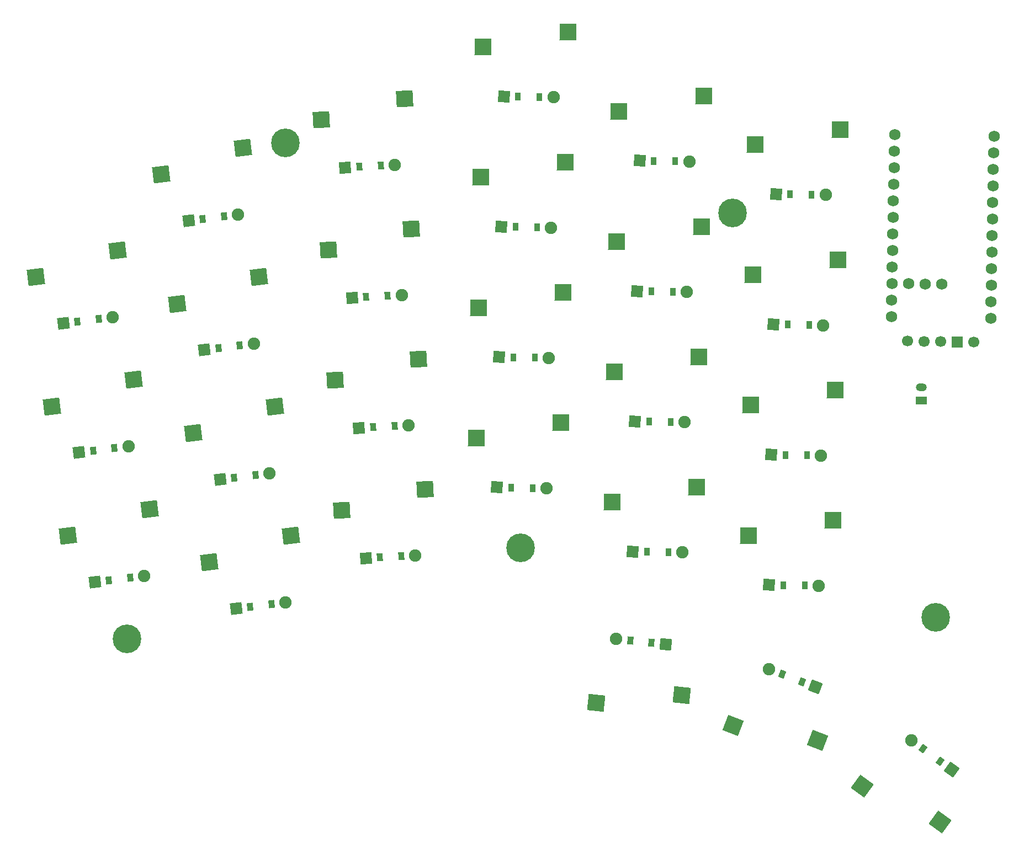
<source format=gbr>
%TF.GenerationSoftware,KiCad,Pcbnew,9.0.0*%
%TF.CreationDate,2025-03-06T12:11:22-05:00*%
%TF.ProjectId,proto1,70726f74-6f31-42e6-9b69-6361645f7063,v1.0.0*%
%TF.SameCoordinates,Original*%
%TF.FileFunction,Copper,L2,Bot*%
%TF.FilePolarity,Positive*%
%FSLAX46Y46*%
G04 Gerber Fmt 4.6, Leading zero omitted, Abs format (unit mm)*
G04 Created by KiCad (PCBNEW 9.0.0) date 2025-03-06 12:11:22*
%MOMM*%
%LPD*%
G01*
G04 APERTURE LIST*
G04 Aperture macros list*
%AMHorizOval*
0 Thick line with rounded ends*
0 $1 width*
0 $2 $3 position (X,Y) of the first rounded end (center of the circle)*
0 $4 $5 position (X,Y) of the second rounded end (center of the circle)*
0 Add line between two ends*
20,1,$1,$2,$3,$4,$5,0*
0 Add two circle primitives to create the rounded ends*
1,1,$1,$2,$3*
1,1,$1,$4,$5*%
%AMRotRect*
0 Rectangle, with rotation*
0 The origin of the aperture is its center*
0 $1 length*
0 $2 width*
0 $3 Rotation angle, in degrees counterclockwise*
0 Add horizontal line*
21,1,$1,$2,0,0,$3*%
G04 Aperture macros list end*
%TA.AperFunction,SMDPad,CuDef*%
%ADD10RotRect,2.550000X2.500000X7.000000*%
%TD*%
%TA.AperFunction,SMDPad,CuDef*%
%ADD11RotRect,2.550000X2.500000X3.000000*%
%TD*%
%TA.AperFunction,SMDPad,CuDef*%
%ADD12RotRect,2.550000X2.500000X359.000000*%
%TD*%
%TA.AperFunction,SMDPad,CuDef*%
%ADD13RotRect,2.550000X2.500000X174.000000*%
%TD*%
%TA.AperFunction,SMDPad,CuDef*%
%ADD14RotRect,2.550000X2.500000X159.000000*%
%TD*%
%TA.AperFunction,SMDPad,CuDef*%
%ADD15RotRect,2.550000X2.500000X144.000000*%
%TD*%
%TA.AperFunction,SMDPad,CuDef*%
%ADD16RotRect,0.900000X1.200000X7.000000*%
%TD*%
%TA.AperFunction,ComponentPad*%
%ADD17RotRect,1.778000X1.778000X7.000000*%
%TD*%
%TA.AperFunction,ComponentPad*%
%ADD18C,1.905000*%
%TD*%
%TA.AperFunction,SMDPad,CuDef*%
%ADD19RotRect,0.900000X1.200000X3.000000*%
%TD*%
%TA.AperFunction,ComponentPad*%
%ADD20RotRect,1.778000X1.778000X3.000000*%
%TD*%
%TA.AperFunction,SMDPad,CuDef*%
%ADD21RotRect,0.900000X1.200000X359.000000*%
%TD*%
%TA.AperFunction,ComponentPad*%
%ADD22RotRect,1.778000X1.778000X359.000000*%
%TD*%
%TA.AperFunction,SMDPad,CuDef*%
%ADD23RotRect,0.900000X1.200000X174.000000*%
%TD*%
%TA.AperFunction,ComponentPad*%
%ADD24RotRect,1.778000X1.778000X174.000000*%
%TD*%
%TA.AperFunction,SMDPad,CuDef*%
%ADD25RotRect,0.900000X1.200000X159.000000*%
%TD*%
%TA.AperFunction,ComponentPad*%
%ADD26RotRect,1.778000X1.778000X159.000000*%
%TD*%
%TA.AperFunction,SMDPad,CuDef*%
%ADD27RotRect,0.900000X1.200000X144.000000*%
%TD*%
%TA.AperFunction,ComponentPad*%
%ADD28RotRect,1.778000X1.778000X144.000000*%
%TD*%
%TA.AperFunction,ComponentPad*%
%ADD29C,1.752600*%
%TD*%
%TA.AperFunction,ComponentPad*%
%ADD30HorizOval,1.700000X0.000000X0.000000X0.000000X0.000000X0*%
%TD*%
%TA.AperFunction,ComponentPad*%
%ADD31RotRect,1.700000X1.700000X359.000000*%
%TD*%
%TA.AperFunction,ComponentPad*%
%ADD32RotRect,1.200000X1.700000X89.000000*%
%TD*%
%TA.AperFunction,ComponentPad*%
%ADD33HorizOval,1.200000X-0.249962X0.004363X0.249962X-0.004363X0*%
%TD*%
%TA.AperFunction,ComponentPad*%
%ADD34C,2.600000*%
%TD*%
%TA.AperFunction,ConnectorPad*%
%ADD35C,4.400000*%
%TD*%
G04 APERTURE END LIST*
D10*
%TO.P,S1,1*%
%TO.N,P113*%
X135616279Y-136953363D03*
%TO.P,S1,2*%
%TO.N,outer_home*%
X148137375Y-132856891D03*
%TD*%
%TO.P,S2,1*%
%TO.N,P113*%
X133178892Y-117102440D03*
%TO.P,S2,2*%
%TO.N,outer_num*%
X145699988Y-113005968D03*
%TD*%
%TO.P,S3,1*%
%TO.N,P113*%
X130741505Y-97251517D03*
%TO.P,S3,2*%
%TO.N,outer_top*%
X143262601Y-93155045D03*
%TD*%
%TO.P,S4,1*%
%TO.N,P111*%
X157276273Y-141044166D03*
%TO.P,S4,2*%
%TO.N,pinky_bottom*%
X169797369Y-136947694D03*
%TD*%
%TO.P,S5,1*%
%TO.N,P111*%
X154838886Y-121193243D03*
%TO.P,S5,2*%
%TO.N,pinky_home*%
X167359982Y-117096771D03*
%TD*%
%TO.P,S6,1*%
%TO.N,P111*%
X152401499Y-101342320D03*
%TO.P,S6,2*%
%TO.N,pinky_num*%
X164922595Y-97245848D03*
%TD*%
%TO.P,S7,1*%
%TO.N,P111*%
X149964112Y-81491397D03*
%TO.P,S7,2*%
%TO.N,pinky_top*%
X162485208Y-77394925D03*
%TD*%
D11*
%TO.P,S8,1*%
%TO.N,P010*%
X177643909Y-133014083D03*
%TO.P,S8,2*%
%TO.N,ring_bottom*%
X190420260Y-129801017D03*
%TD*%
%TO.P,S9,1*%
%TO.N,P010*%
X176597190Y-113041492D03*
%TO.P,S9,2*%
%TO.N,ring_home*%
X189373541Y-109828426D03*
%TD*%
%TO.P,S10,1*%
%TO.N,P010*%
X175550471Y-93068901D03*
%TO.P,S10,2*%
%TO.N,ring_num*%
X188326822Y-89855835D03*
%TD*%
%TO.P,S11,1*%
%TO.N,P010*%
X174503752Y-73096311D03*
%TO.P,S11,2*%
%TO.N,ring_top*%
X187280103Y-69883245D03*
%TD*%
D12*
%TO.P,S12,1*%
%TO.N,P009*%
X198286570Y-121930503D03*
%TO.P,S12,2*%
%TO.N,middle_bottom*%
X211255930Y-119616497D03*
%TD*%
%TO.P,S13,1*%
%TO.N,P009*%
X198635618Y-101933549D03*
%TO.P,S13,2*%
%TO.N,middle_home*%
X211604978Y-99619543D03*
%TD*%
%TO.P,S14,1*%
%TO.N,P009*%
X198984666Y-81936595D03*
%TO.P,S14,2*%
%TO.N,middle_num*%
X211954026Y-79622589D03*
%TD*%
%TO.P,S15,1*%
%TO.N,P009*%
X199333714Y-61939641D03*
%TO.P,S15,2*%
%TO.N,middle_top*%
X212303074Y-59625635D03*
%TD*%
%TO.P,S16,1*%
%TO.N,P104*%
X219117574Y-131795557D03*
%TO.P,S16,2*%
%TO.N,index_bottom*%
X232086934Y-129481551D03*
%TD*%
%TO.P,S17,1*%
%TO.N,P104*%
X219466622Y-111798603D03*
%TO.P,S17,2*%
%TO.N,index_home*%
X232435982Y-109484597D03*
%TD*%
%TO.P,S18,1*%
%TO.N,P104*%
X219815670Y-91801649D03*
%TO.P,S18,2*%
%TO.N,index_num*%
X232785030Y-89487643D03*
%TD*%
%TO.P,S19,1*%
%TO.N,P104*%
X220164718Y-71804695D03*
%TO.P,S19,2*%
%TO.N,index_top*%
X233134078Y-69490689D03*
%TD*%
%TO.P,S20,1*%
%TO.N,P008*%
X240031476Y-136911334D03*
%TO.P,S20,2*%
%TO.N,inner_bottom*%
X253000836Y-134597328D03*
%TD*%
%TO.P,S21,1*%
%TO.N,P008*%
X240380525Y-116914380D03*
%TO.P,S21,2*%
%TO.N,inner_home*%
X253349885Y-114600374D03*
%TD*%
%TO.P,S22,1*%
%TO.N,P008*%
X240729573Y-96917426D03*
%TO.P,S22,2*%
%TO.N,inner_num*%
X253698933Y-94603420D03*
%TD*%
%TO.P,S23,1*%
%TO.N,P008*%
X241078621Y-76920472D03*
%TO.P,S23,2*%
%TO.N,inner_top*%
X254047981Y-74606466D03*
%TD*%
D13*
%TO.P,S24,1*%
%TO.N,P009*%
X229773775Y-161423878D03*
%TO.P,S24,2*%
%TO.N,layer_cluster*%
X216652088Y-162598724D03*
%TD*%
D14*
%TO.P,S25,1*%
%TO.N,P104*%
X250610755Y-168354213D03*
%TO.P,S25,2*%
%TO.N,layer2_cluster*%
X237632106Y-166092885D03*
%TD*%
D15*
%TO.P,S26,1*%
%TO.N,P008*%
X269383742Y-180888720D03*
%TO.P,S26,2*%
%TO.N,space_cluster*%
X257432605Y-175345323D03*
%TD*%
D16*
%TO.P,D1,2*%
%TO.N,outer_home*%
X145205065Y-143372632D03*
%TO.P,D1,1*%
%TO.N,P002*%
X141929663Y-143774800D03*
D17*
X139785763Y-144038038D03*
D18*
%TO.P,D1,2*%
%TO.N,outer_home*%
X147348965Y-143109394D03*
%TD*%
D16*
%TO.P,D2,2*%
%TO.N,outer_num*%
X142767678Y-123521709D03*
%TO.P,D2,1*%
%TO.N,P029*%
X139492276Y-123923877D03*
D17*
X137348376Y-124187115D03*
D18*
%TO.P,D2,2*%
%TO.N,outer_num*%
X144911578Y-123258471D03*
%TD*%
D16*
%TO.P,D3,2*%
%TO.N,outer_top*%
X140330291Y-103670786D03*
%TO.P,D3,1*%
%TO.N,P031*%
X137054889Y-104072954D03*
D17*
X134910989Y-104336192D03*
D18*
%TO.P,D3,2*%
%TO.N,outer_top*%
X142474191Y-103407548D03*
%TD*%
D16*
%TO.P,D4,2*%
%TO.N,pinky_bottom*%
X166865059Y-147463435D03*
%TO.P,D4,1*%
%TO.N,P115*%
X163589657Y-147865603D03*
D17*
X161445757Y-148128841D03*
D18*
%TO.P,D4,2*%
%TO.N,pinky_bottom*%
X169008959Y-147200197D03*
%TD*%
D16*
%TO.P,D5,2*%
%TO.N,pinky_home*%
X164427672Y-127612512D03*
%TO.P,D5,1*%
%TO.N,P002*%
X161152270Y-128014680D03*
D17*
X159008370Y-128277918D03*
D18*
%TO.P,D5,2*%
%TO.N,pinky_home*%
X166571572Y-127349274D03*
%TD*%
D16*
%TO.P,D6,2*%
%TO.N,pinky_num*%
X161990285Y-107761589D03*
%TO.P,D6,1*%
%TO.N,P029*%
X158714883Y-108163757D03*
D17*
X156570983Y-108426995D03*
D18*
%TO.P,D6,2*%
%TO.N,pinky_num*%
X164134185Y-107498351D03*
%TD*%
D16*
%TO.P,D7,2*%
%TO.N,pinky_top*%
X159552898Y-87910666D03*
%TO.P,D7,1*%
%TO.N,P031*%
X156277496Y-88312834D03*
D17*
X154133596Y-88576072D03*
D18*
%TO.P,D7,2*%
%TO.N,pinky_top*%
X161696798Y-87647428D03*
%TD*%
D19*
%TO.P,D8,2*%
%TO.N,ring_bottom*%
X186761552Y-140086595D03*
%TO.P,D8,1*%
%TO.N,P115*%
X183466074Y-140259303D03*
D20*
X181309034Y-140372349D03*
D18*
%TO.P,D8,2*%
%TO.N,ring_bottom*%
X188918592Y-139973549D03*
%TD*%
D19*
%TO.P,D9,2*%
%TO.N,ring_home*%
X185714833Y-120114005D03*
%TO.P,D9,1*%
%TO.N,P002*%
X182419355Y-120286713D03*
D20*
X180262315Y-120399759D03*
D18*
%TO.P,D9,2*%
%TO.N,ring_home*%
X187871873Y-120000959D03*
%TD*%
D19*
%TO.P,D10,2*%
%TO.N,ring_num*%
X184668114Y-100141414D03*
%TO.P,D10,1*%
%TO.N,P029*%
X181372636Y-100314122D03*
D20*
X179215596Y-100427168D03*
D18*
%TO.P,D10,2*%
%TO.N,ring_num*%
X186825154Y-100028368D03*
%TD*%
D19*
%TO.P,D11,2*%
%TO.N,ring_top*%
X183621395Y-80168823D03*
%TO.P,D11,1*%
%TO.N,P031*%
X180325917Y-80341531D03*
D20*
X178168877Y-80454577D03*
D18*
%TO.P,D11,2*%
%TO.N,ring_top*%
X185778435Y-80055777D03*
%TD*%
D21*
%TO.P,D12,2*%
%TO.N,middle_bottom*%
X206888649Y-129621801D03*
%TO.P,D12,1*%
%TO.N,P115*%
X203589151Y-129564209D03*
D22*
X201429480Y-129526511D03*
D18*
%TO.P,D12,2*%
%TO.N,middle_bottom*%
X209048320Y-129659499D03*
%TD*%
D21*
%TO.P,D13,2*%
%TO.N,middle_home*%
X207237697Y-109624847D03*
%TO.P,D13,1*%
%TO.N,P002*%
X203938199Y-109567255D03*
D22*
X201778528Y-109529557D03*
D18*
%TO.P,D13,2*%
%TO.N,middle_home*%
X209397368Y-109662545D03*
%TD*%
D21*
%TO.P,D14,2*%
%TO.N,middle_num*%
X207586745Y-89627893D03*
%TO.P,D14,1*%
%TO.N,P029*%
X204287247Y-89570301D03*
D22*
X202127576Y-89532603D03*
D18*
%TO.P,D14,2*%
%TO.N,middle_num*%
X209746416Y-89665591D03*
%TD*%
D21*
%TO.P,D15,2*%
%TO.N,middle_top*%
X207935793Y-69630939D03*
%TO.P,D15,1*%
%TO.N,P031*%
X204636295Y-69573347D03*
D22*
X202476624Y-69535649D03*
D18*
%TO.P,D15,2*%
%TO.N,middle_top*%
X210095464Y-69668637D03*
%TD*%
D21*
%TO.P,D16,2*%
%TO.N,index_bottom*%
X227719653Y-139486854D03*
%TO.P,D16,1*%
%TO.N,P115*%
X224420155Y-139429262D03*
D22*
X222260484Y-139391564D03*
D18*
%TO.P,D16,2*%
%TO.N,index_bottom*%
X229879324Y-139524552D03*
%TD*%
D21*
%TO.P,D17,2*%
%TO.N,index_home*%
X228068701Y-119489900D03*
%TO.P,D17,1*%
%TO.N,P002*%
X224769203Y-119432308D03*
D22*
X222609532Y-119394610D03*
D18*
%TO.P,D17,2*%
%TO.N,index_home*%
X230228372Y-119527598D03*
%TD*%
D21*
%TO.P,D18,2*%
%TO.N,index_num*%
X228417749Y-99492946D03*
%TO.P,D18,1*%
%TO.N,P029*%
X225118251Y-99435354D03*
D22*
X222958580Y-99397656D03*
D18*
%TO.P,D18,2*%
%TO.N,index_num*%
X230577420Y-99530644D03*
%TD*%
D21*
%TO.P,D19,2*%
%TO.N,index_top*%
X228766797Y-79495992D03*
%TO.P,D19,1*%
%TO.N,P031*%
X225467299Y-79438400D03*
D22*
X223307628Y-79400702D03*
D18*
%TO.P,D19,2*%
%TO.N,index_top*%
X230926468Y-79533690D03*
%TD*%
D21*
%TO.P,D20,2*%
%TO.N,inner_bottom*%
X248633555Y-144602631D03*
%TO.P,D20,1*%
%TO.N,P115*%
X245334057Y-144545039D03*
D22*
X243174386Y-144507341D03*
D18*
%TO.P,D20,2*%
%TO.N,inner_bottom*%
X250793226Y-144640329D03*
%TD*%
D21*
%TO.P,D21,2*%
%TO.N,inner_home*%
X248982604Y-124605677D03*
%TO.P,D21,1*%
%TO.N,P002*%
X245683106Y-124548085D03*
D22*
X243523435Y-124510387D03*
D18*
%TO.P,D21,2*%
%TO.N,inner_home*%
X251142275Y-124643375D03*
%TD*%
D21*
%TO.P,D22,2*%
%TO.N,inner_num*%
X249331652Y-104608723D03*
%TO.P,D22,1*%
%TO.N,P029*%
X246032154Y-104551131D03*
D22*
X243872483Y-104513433D03*
D18*
%TO.P,D22,2*%
%TO.N,inner_num*%
X251491323Y-104646421D03*
%TD*%
D21*
%TO.P,D23,2*%
%TO.N,inner_top*%
X249680700Y-84611769D03*
%TO.P,D23,1*%
%TO.N,P031*%
X246381202Y-84554177D03*
D22*
X244221531Y-84516479D03*
D18*
%TO.P,D23,2*%
%TO.N,inner_top*%
X251840371Y-84649467D03*
%TD*%
D23*
%TO.P,D24,2*%
%TO.N,layer_cluster*%
X221874771Y-153012127D03*
%TO.P,D24,1*%
%TO.N,P106*%
X225156693Y-153357071D03*
D24*
X227304860Y-153582852D03*
D18*
%TO.P,D24,2*%
%TO.N,layer_cluster*%
X219726604Y-152786346D03*
%TD*%
D25*
%TO.P,D25,2*%
%TO.N,layer2_cluster*%
X245158023Y-158184673D03*
%TO.P,D25,1*%
%TO.N,P106*%
X248238839Y-159367287D03*
D26*
X250255372Y-160141362D03*
D18*
%TO.P,D25,2*%
%TO.N,layer2_cluster*%
X243141490Y-157410598D03*
%TD*%
D27*
%TO.P,D26,2*%
%TO.N,space_cluster*%
X266748880Y-169654427D03*
%TO.P,D26,1*%
%TO.N,P106*%
X269418636Y-171594119D03*
D28*
X271166113Y-172863735D03*
D18*
%TO.P,D26,2*%
%TO.N,space_cluster*%
X265001403Y-168384811D03*
%TD*%
D29*
%TO.P,MCU1,1*%
%TO.N,P006*%
X277661737Y-75628738D03*
%TO.P,MCU1,2*%
%TO.N,P008*%
X277617407Y-78168351D03*
%TO.P,MCU1,3*%
%TO.N,GND*%
X277573078Y-80707964D03*
%TO.P,MCU1,4*%
X277528749Y-83247577D03*
%TO.P,MCU1,5*%
%TO.N,P017*%
X277484420Y-85787191D03*
%TO.P,MCU1,6*%
%TO.N,P020*%
X277440091Y-88326804D03*
%TO.P,MCU1,7*%
%TO.N,P022*%
X277395762Y-90866417D03*
%TO.P,MCU1,8*%
%TO.N,P024*%
X277351433Y-93406030D03*
%TO.P,MCU1,9*%
%TO.N,P100*%
X277307104Y-95945643D03*
%TO.P,MCU1,10*%
%TO.N,P011*%
X277262775Y-98485256D03*
%TO.P,MCU1,11*%
%TO.N,P104*%
X277218445Y-101024869D03*
%TO.P,MCU1,12*%
%TO.N,P106*%
X277174116Y-103564483D03*
%TO.P,MCU1,13*%
%TO.N,P009*%
X261936437Y-103298508D03*
%TO.P,MCU1,14*%
%TO.N,P010*%
X261980767Y-100758895D03*
%TO.P,MCU1,15*%
%TO.N,P111*%
X262025096Y-98219282D03*
%TO.P,MCU1,16*%
%TO.N,P113*%
X262069425Y-95679669D03*
%TO.P,MCU1,17*%
%TO.N,P115*%
X262113754Y-93140055D03*
%TO.P,MCU1,18*%
%TO.N,P002*%
X262158083Y-90600442D03*
%TO.P,MCU1,19*%
%TO.N,P029*%
X262202412Y-88060829D03*
%TO.P,MCU1,20*%
%TO.N,P031*%
X262246741Y-85521216D03*
%TO.P,MCU1,21*%
%TO.N,VCC*%
X262291070Y-82981603D03*
%TO.P,MCU1,22*%
%TO.N,RST*%
X262335399Y-80441990D03*
%TO.P,MCU1,23*%
%TO.N,GND*%
X262379729Y-77902377D03*
%TO.P,MCU1,24*%
%TO.N,RAW*%
X262424058Y-75362763D03*
%TO.P,MCU1,31*%
%TO.N,P101*%
X264564709Y-98263611D03*
%TO.P,MCU1,32*%
%TO.N,P102*%
X267104322Y-98307940D03*
%TO.P,MCU1,33*%
%TO.N,P107*%
X269643935Y-98352269D03*
%TD*%
D30*
%TO.P,niceView1,5*%
%TO.N,P100*%
X264410953Y-107072269D03*
%TO.P,niceView1,4*%
%TO.N,P024*%
X266950566Y-107116598D03*
%TO.P,niceView1,3*%
%TO.N,VCC*%
X269490179Y-107160927D03*
D31*
%TO.P,niceView1,2*%
%TO.N,GND*%
X272029792Y-107205256D03*
D30*
%TO.P,niceView1,1*%
%TO.N,P006*%
X274569405Y-107249585D03*
%TD*%
D32*
%TO.P,JST1,1*%
%TO.N,VCC*%
X266482670Y-116159810D03*
D33*
%TO.P,JST1,2*%
%TO.N,GND*%
X266517574Y-114160114D03*
%TD*%
D34*
%TO.P,_1,1*%
%TO.N,N/C*%
X144694655Y-152754768D03*
D35*
X144694655Y-152754768D03*
%TD*%
D34*
%TO.P,_2,1*%
%TO.N,N/C*%
X205077465Y-138841596D03*
D35*
X205077465Y-138841596D03*
%TD*%
D34*
%TO.P,_3,1*%
%TO.N,N/C*%
X268751943Y-149454485D03*
D35*
X268751943Y-149454485D03*
%TD*%
D34*
%TO.P,_4,1*%
%TO.N,N/C*%
X237530185Y-87400139D03*
D35*
X237530185Y-87400139D03*
%TD*%
D34*
%TO.P,_5,1*%
%TO.N,N/C*%
X168954449Y-76681202D03*
D35*
X168954449Y-76681202D03*
%TD*%
M02*

</source>
